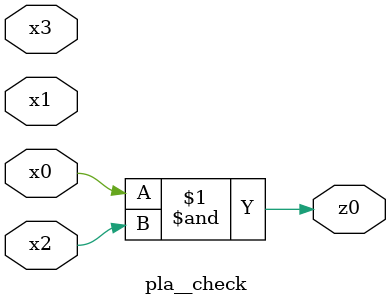
<source format=v>
module pla__check ( 
    x0, x1, x2, x3,
    z0  );
  input  x0, x1, x2, x3;
  output z0;
  assign z0 = x0 & x2;
endmodule
</source>
